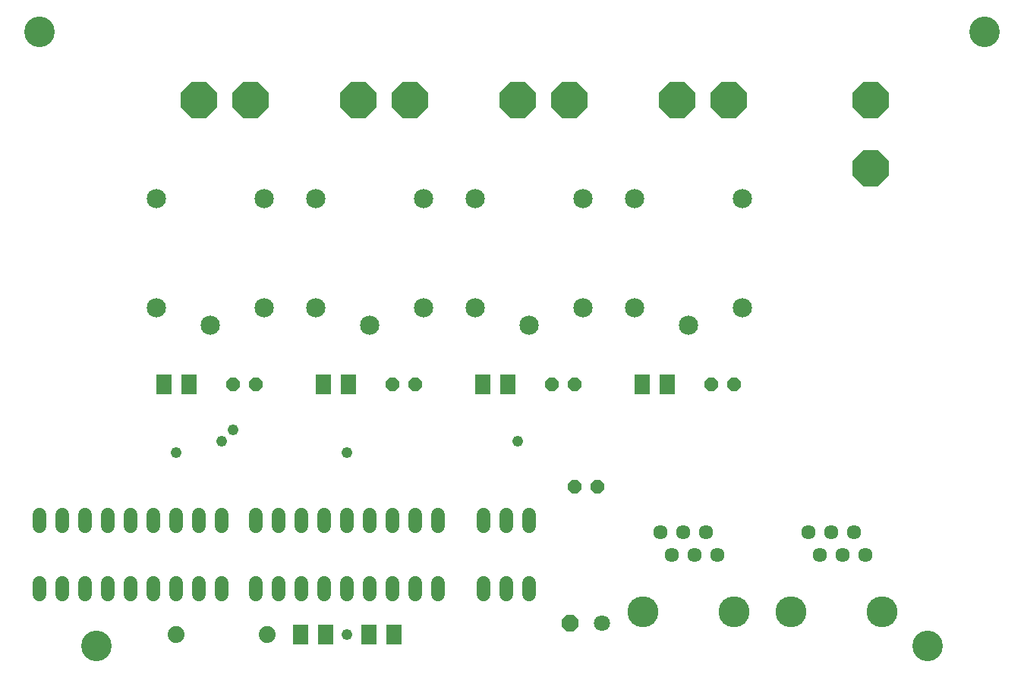
<source format=gts>
G75*
G70*
%OFA0B0*%
%FSLAX24Y24*%
%IPPOS*%
%LPD*%
%AMOC8*
5,1,8,0,0,1.08239X$1,22.5*
%
%ADD10C,0.1340*%
%ADD11R,0.0710X0.0867*%
%ADD12OC8,0.0600*%
%ADD13C,0.0634*%
%ADD14C,0.1360*%
%ADD15C,0.0600*%
%ADD16C,0.0740*%
%ADD17OC8,0.0710*%
%ADD18C,0.0710*%
%ADD19C,0.0848*%
%ADD20OC8,0.1580*%
%ADD21C,0.0480*%
D10*
X004100Y001704D03*
X040600Y001704D03*
X043100Y028704D03*
X001600Y028704D03*
D11*
X007049Y013204D03*
X008151Y013204D03*
X014049Y013204D03*
X015151Y013204D03*
X021049Y013204D03*
X022151Y013204D03*
X028049Y013204D03*
X029151Y013204D03*
X017151Y002204D03*
X016049Y002204D03*
X014151Y002204D03*
X013049Y002204D03*
D12*
X025100Y008704D03*
X026100Y008704D03*
X025100Y013204D03*
X024100Y013204D03*
X018100Y013204D03*
X017100Y013204D03*
X011100Y013204D03*
X010100Y013204D03*
X031100Y013204D03*
X032100Y013204D03*
D13*
X030850Y006704D03*
X029850Y006704D03*
X028850Y006704D03*
X029350Y005704D03*
X030350Y005704D03*
X031350Y005704D03*
X035350Y006704D03*
X036350Y006704D03*
X037350Y006704D03*
X036850Y005704D03*
X035850Y005704D03*
X037850Y005704D03*
D14*
X038600Y003204D03*
X034600Y003204D03*
X032100Y003204D03*
X028100Y003204D03*
D15*
X023100Y003944D02*
X023100Y004464D01*
X022100Y004464D02*
X022100Y003944D01*
X021100Y003944D02*
X021100Y004464D01*
X019100Y004464D02*
X019100Y003944D01*
X018100Y003944D02*
X018100Y004464D01*
X017100Y004464D02*
X017100Y003944D01*
X016100Y003944D02*
X016100Y004464D01*
X015100Y004464D02*
X015100Y003944D01*
X014100Y003944D02*
X014100Y004464D01*
X013100Y004464D02*
X013100Y003944D01*
X012100Y003944D02*
X012100Y004464D01*
X011100Y004464D02*
X011100Y003944D01*
X009600Y003944D02*
X009600Y004464D01*
X008600Y004464D02*
X008600Y003944D01*
X007600Y003944D02*
X007600Y004464D01*
X006600Y004464D02*
X006600Y003944D01*
X005600Y003944D02*
X005600Y004464D01*
X004600Y004464D02*
X004600Y003944D01*
X003600Y003944D02*
X003600Y004464D01*
X002600Y004464D02*
X002600Y003944D01*
X001600Y003944D02*
X001600Y004464D01*
X001600Y006944D02*
X001600Y007464D01*
X002600Y007464D02*
X002600Y006944D01*
X003600Y006944D02*
X003600Y007464D01*
X004600Y007464D02*
X004600Y006944D01*
X005600Y006944D02*
X005600Y007464D01*
X006600Y007464D02*
X006600Y006944D01*
X007600Y006944D02*
X007600Y007464D01*
X008600Y007464D02*
X008600Y006944D01*
X009600Y006944D02*
X009600Y007464D01*
X011100Y007464D02*
X011100Y006944D01*
X012100Y006944D02*
X012100Y007464D01*
X013100Y007464D02*
X013100Y006944D01*
X014100Y006944D02*
X014100Y007464D01*
X015100Y007464D02*
X015100Y006944D01*
X016100Y006944D02*
X016100Y007464D01*
X017100Y007464D02*
X017100Y006944D01*
X018100Y006944D02*
X018100Y007464D01*
X019100Y007464D02*
X019100Y006944D01*
X021100Y006944D02*
X021100Y007464D01*
X022100Y007464D02*
X022100Y006944D01*
X023100Y006944D02*
X023100Y007464D01*
D16*
X011600Y002204D03*
X007600Y002204D03*
D17*
X024900Y002704D03*
D18*
X026300Y002704D03*
D19*
X023100Y015779D03*
X020738Y016566D03*
X018462Y016566D03*
X016100Y015779D03*
X013738Y016566D03*
X011462Y016566D03*
X009100Y015779D03*
X006738Y016566D03*
X006738Y021369D03*
X011462Y021369D03*
X013738Y021369D03*
X018462Y021369D03*
X020738Y021369D03*
X025462Y021369D03*
X027738Y021369D03*
X032462Y021369D03*
X032462Y016566D03*
X030100Y015779D03*
X027738Y016566D03*
X025462Y016566D03*
D20*
X024850Y025704D03*
X022600Y025704D03*
X017850Y025704D03*
X015600Y025704D03*
X010850Y025704D03*
X008600Y025704D03*
X029600Y025704D03*
X031850Y025704D03*
X038100Y025704D03*
X038100Y022704D03*
D21*
X022600Y010704D03*
X015100Y010204D03*
X010100Y011204D03*
X009600Y010704D03*
X007600Y010204D03*
X015100Y002204D03*
M02*

</source>
